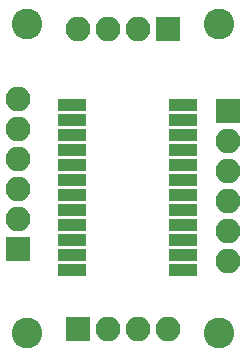
<source format=gbs>
G04 #@! TF.FileFunction,Soldermask,Bot*
%FSLAX46Y46*%
G04 Gerber Fmt 4.6, Leading zero omitted, Abs format (unit mm)*
G04 Created by KiCad (PCBNEW 4.0.4-stable) date 12/02/17 16:34:21*
%MOMM*%
%LPD*%
G01*
G04 APERTURE LIST*
%ADD10C,0.100000*%
%ADD11C,2.600000*%
%ADD12R,2.400000X1.000000*%
%ADD13R,2.100000X2.100000*%
%ADD14O,2.100000X2.100000*%
G04 APERTURE END LIST*
D10*
D11*
X156718000Y-117856000D03*
X156718000Y-91694000D03*
X140462000Y-91694000D03*
X140462000Y-117856000D03*
D12*
X153672000Y-98552000D03*
X153672000Y-99822000D03*
X153672000Y-101092000D03*
X153672000Y-102362000D03*
X153672000Y-103632000D03*
X153672000Y-104902000D03*
X153672000Y-106172000D03*
X153672000Y-107442000D03*
X153672000Y-108712000D03*
X153672000Y-109982000D03*
X153672000Y-111252000D03*
X153672000Y-112522000D03*
X144272000Y-112522000D03*
X144272000Y-111252000D03*
X144272000Y-109982000D03*
X144272000Y-108712000D03*
X144272000Y-107442000D03*
X144272000Y-106172000D03*
X144272000Y-104902000D03*
X144272000Y-103632000D03*
X144272000Y-102362000D03*
X144272000Y-101092000D03*
X144272000Y-99822000D03*
X144272000Y-98552000D03*
D13*
X157480000Y-99060000D03*
D14*
X157480000Y-101600000D03*
X157480000Y-104140000D03*
X157480000Y-106680000D03*
X157480000Y-109220000D03*
X157480000Y-111760000D03*
D13*
X139700000Y-110744000D03*
D14*
X139700000Y-108204000D03*
X139700000Y-105664000D03*
X139700000Y-103124000D03*
X139700000Y-100584000D03*
X139700000Y-98044000D03*
D13*
X152400000Y-92075000D03*
D14*
X149860000Y-92075000D03*
X147320000Y-92075000D03*
X144780000Y-92075000D03*
D13*
X144780000Y-117475000D03*
D14*
X147320000Y-117475000D03*
X149860000Y-117475000D03*
X152400000Y-117475000D03*
M02*

</source>
